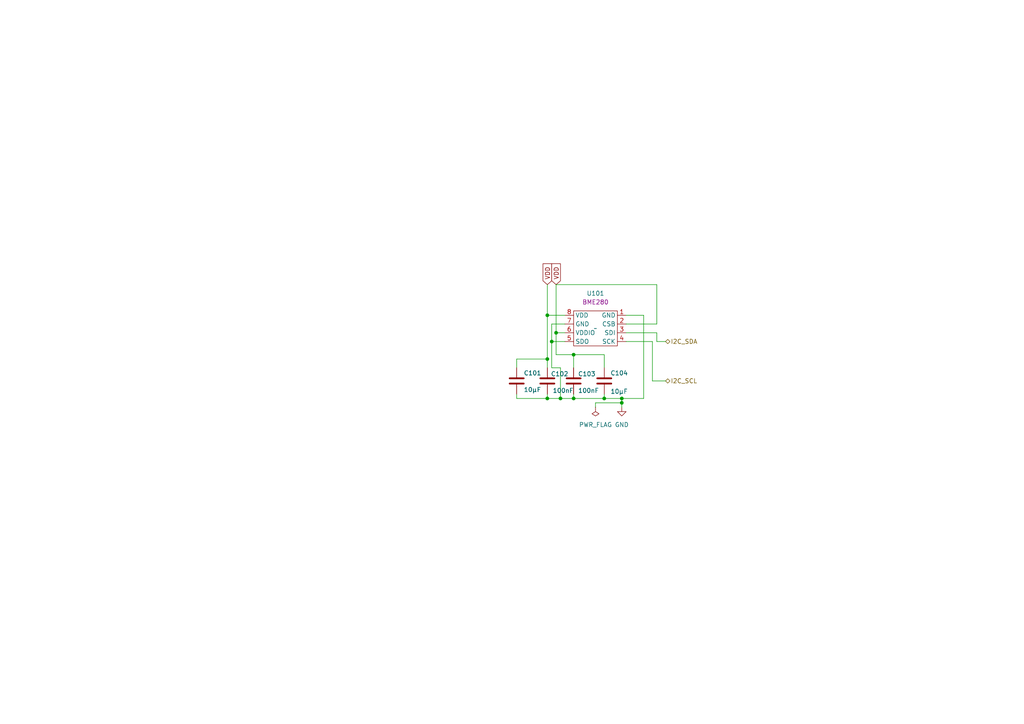
<source format=kicad_sch>
(kicad_sch
	(version 20231120)
	(generator "eeschema")
	(generator_version "8.0")
	(uuid "19420d9c-c79f-4c58-9606-069e2b1abb96")
	(paper "A4")
	(lib_symbols
		(symbol "Device:C"
			(pin_numbers hide)
			(pin_names
				(offset 0.254)
			)
			(exclude_from_sim no)
			(in_bom yes)
			(on_board yes)
			(property "Reference" "C"
				(at 0.635 2.54 0)
				(effects
					(font
						(size 1.27 1.27)
					)
					(justify left)
				)
			)
			(property "Value" "C"
				(at 0.635 -2.54 0)
				(effects
					(font
						(size 1.27 1.27)
					)
					(justify left)
				)
			)
			(property "Footprint" ""
				(at 0.9652 -3.81 0)
				(effects
					(font
						(size 1.27 1.27)
					)
					(hide yes)
				)
			)
			(property "Datasheet" "~"
				(at 0 0 0)
				(effects
					(font
						(size 1.27 1.27)
					)
					(hide yes)
				)
			)
			(property "Description" "Unpolarized capacitor"
				(at 0 0 0)
				(effects
					(font
						(size 1.27 1.27)
					)
					(hide yes)
				)
			)
			(property "ki_keywords" "cap capacitor"
				(at 0 0 0)
				(effects
					(font
						(size 1.27 1.27)
					)
					(hide yes)
				)
			)
			(property "ki_fp_filters" "C_*"
				(at 0 0 0)
				(effects
					(font
						(size 1.27 1.27)
					)
					(hide yes)
				)
			)
			(symbol "C_0_1"
				(polyline
					(pts
						(xy -2.032 -0.762) (xy 2.032 -0.762)
					)
					(stroke
						(width 0.508)
						(type default)
					)
					(fill
						(type none)
					)
				)
				(polyline
					(pts
						(xy -2.032 0.762) (xy 2.032 0.762)
					)
					(stroke
						(width 0.508)
						(type default)
					)
					(fill
						(type none)
					)
				)
			)
			(symbol "C_1_1"
				(pin passive line
					(at 0 3.81 270)
					(length 2.794)
					(name "~"
						(effects
							(font
								(size 1.27 1.27)
							)
						)
					)
					(number "1"
						(effects
							(font
								(size 1.27 1.27)
							)
						)
					)
				)
				(pin passive line
					(at 0 -3.81 90)
					(length 2.794)
					(name "~"
						(effects
							(font
								(size 1.27 1.27)
							)
						)
					)
					(number "2"
						(effects
							(font
								(size 1.27 1.27)
							)
						)
					)
				)
			)
		)
		(symbol "WOBCLibrary:BME280"
			(exclude_from_sim no)
			(in_bom yes)
			(on_board yes)
			(property "Reference" "U"
				(at 0 10.16 0)
				(effects
					(font
						(size 1.27 1.27)
					)
				)
			)
			(property "Value" ""
				(at 0 0 0)
				(effects
					(font
						(size 1.27 1.27)
					)
				)
			)
			(property "Footprint" ""
				(at 0 0 0)
				(effects
					(font
						(size 1.27 1.27)
					)
					(hide yes)
				)
			)
			(property "Datasheet" ""
				(at 0 0 0)
				(effects
					(font
						(size 1.27 1.27)
					)
					(hide yes)
				)
			)
			(property "Description" ""
				(at 0 0 0)
				(effects
					(font
						(size 1.27 1.27)
					)
					(hide yes)
				)
			)
			(property "シンボル名" "BME280"
				(at 0 7.62 0)
				(effects
					(font
						(size 1.27 1.27)
					)
				)
			)
			(symbol "BME280_0_1"
				(rectangle
					(start -6.35 5.08)
					(end 6.35 -5.08)
					(stroke
						(width 0)
						(type default)
					)
					(fill
						(type none)
					)
				)
			)
			(symbol "BME280_1_1"
				(pin input line
					(at 8.89 3.81 180)
					(length 2.54)
					(name "GND"
						(effects
							(font
								(size 1.27 1.27)
							)
						)
					)
					(number "1"
						(effects
							(font
								(size 1.27 1.27)
							)
						)
					)
				)
				(pin input line
					(at 8.89 1.27 180)
					(length 2.54)
					(name "CSB"
						(effects
							(font
								(size 1.27 1.27)
							)
						)
					)
					(number "2"
						(effects
							(font
								(size 1.27 1.27)
							)
						)
					)
				)
				(pin input line
					(at 8.89 -1.27 180)
					(length 2.54)
					(name "SDI"
						(effects
							(font
								(size 1.27 1.27)
							)
						)
					)
					(number "3"
						(effects
							(font
								(size 1.27 1.27)
							)
						)
					)
				)
				(pin input line
					(at 8.89 -3.81 180)
					(length 2.54)
					(name "SCK"
						(effects
							(font
								(size 1.27 1.27)
							)
						)
					)
					(number "4"
						(effects
							(font
								(size 1.27 1.27)
							)
						)
					)
				)
				(pin input line
					(at -8.89 -3.81 0)
					(length 2.54)
					(name "SDO"
						(effects
							(font
								(size 1.27 1.27)
							)
						)
					)
					(number "5"
						(effects
							(font
								(size 1.27 1.27)
							)
						)
					)
				)
				(pin input line
					(at -8.89 -1.27 0)
					(length 2.54)
					(name "VDDIO"
						(effects
							(font
								(size 1.27 1.27)
							)
						)
					)
					(number "6"
						(effects
							(font
								(size 1.27 1.27)
							)
						)
					)
				)
				(pin input line
					(at -8.89 1.27 0)
					(length 2.54)
					(name "GND"
						(effects
							(font
								(size 1.27 1.27)
							)
						)
					)
					(number "7"
						(effects
							(font
								(size 1.27 1.27)
							)
						)
					)
				)
				(pin input line
					(at -8.89 3.81 0)
					(length 2.54)
					(name "VDD"
						(effects
							(font
								(size 1.27 1.27)
							)
						)
					)
					(number "8"
						(effects
							(font
								(size 1.27 1.27)
							)
						)
					)
				)
			)
		)
		(symbol "power:GND"
			(power)
			(pin_names
				(offset 0)
			)
			(exclude_from_sim no)
			(in_bom yes)
			(on_board yes)
			(property "Reference" "#PWR"
				(at 0 -6.35 0)
				(effects
					(font
						(size 1.27 1.27)
					)
					(hide yes)
				)
			)
			(property "Value" "GND"
				(at 0 -3.81 0)
				(effects
					(font
						(size 1.27 1.27)
					)
				)
			)
			(property "Footprint" ""
				(at 0 0 0)
				(effects
					(font
						(size 1.27 1.27)
					)
					(hide yes)
				)
			)
			(property "Datasheet" ""
				(at 0 0 0)
				(effects
					(font
						(size 1.27 1.27)
					)
					(hide yes)
				)
			)
			(property "Description" "Power symbol creates a global label with name \"GND\" , ground"
				(at 0 0 0)
				(effects
					(font
						(size 1.27 1.27)
					)
					(hide yes)
				)
			)
			(property "ki_keywords" "global power"
				(at 0 0 0)
				(effects
					(font
						(size 1.27 1.27)
					)
					(hide yes)
				)
			)
			(symbol "GND_0_1"
				(polyline
					(pts
						(xy 0 0) (xy 0 -1.27) (xy 1.27 -1.27) (xy 0 -2.54) (xy -1.27 -1.27) (xy 0 -1.27)
					)
					(stroke
						(width 0)
						(type default)
					)
					(fill
						(type none)
					)
				)
			)
			(symbol "GND_1_1"
				(pin power_in line
					(at 0 0 270)
					(length 0) hide
					(name "GND"
						(effects
							(font
								(size 1.27 1.27)
							)
						)
					)
					(number "1"
						(effects
							(font
								(size 1.27 1.27)
							)
						)
					)
				)
			)
		)
		(symbol "power:PWR_FLAG"
			(power)
			(pin_numbers hide)
			(pin_names
				(offset 0) hide)
			(exclude_from_sim no)
			(in_bom yes)
			(on_board yes)
			(property "Reference" "#FLG"
				(at 0 1.905 0)
				(effects
					(font
						(size 1.27 1.27)
					)
					(hide yes)
				)
			)
			(property "Value" "PWR_FLAG"
				(at 0 3.81 0)
				(effects
					(font
						(size 1.27 1.27)
					)
				)
			)
			(property "Footprint" ""
				(at 0 0 0)
				(effects
					(font
						(size 1.27 1.27)
					)
					(hide yes)
				)
			)
			(property "Datasheet" "~"
				(at 0 0 0)
				(effects
					(font
						(size 1.27 1.27)
					)
					(hide yes)
				)
			)
			(property "Description" "Special symbol for telling ERC where power comes from"
				(at 0 0 0)
				(effects
					(font
						(size 1.27 1.27)
					)
					(hide yes)
				)
			)
			(property "ki_keywords" "flag power"
				(at 0 0 0)
				(effects
					(font
						(size 1.27 1.27)
					)
					(hide yes)
				)
			)
			(symbol "PWR_FLAG_0_0"
				(pin power_out line
					(at 0 0 90)
					(length 0)
					(name "pwr"
						(effects
							(font
								(size 1.27 1.27)
							)
						)
					)
					(number "1"
						(effects
							(font
								(size 1.27 1.27)
							)
						)
					)
				)
			)
			(symbol "PWR_FLAG_0_1"
				(polyline
					(pts
						(xy 0 0) (xy 0 1.27) (xy -1.016 1.905) (xy 0 2.54) (xy 1.016 1.905) (xy 0 1.27)
					)
					(stroke
						(width 0)
						(type default)
					)
					(fill
						(type none)
					)
				)
			)
		)
	)
	(junction
		(at 166.37 102.87)
		(diameter 0)
		(color 0 0 0 0)
		(uuid "105a7fa9-91c5-4f2b-8620-e286389c4232")
	)
	(junction
		(at 158.75 104.14)
		(diameter 0)
		(color 0 0 0 0)
		(uuid "11772858-3888-4128-a4e7-c271a85151f8")
	)
	(junction
		(at 180.34 116.84)
		(diameter 0)
		(color 0 0 0 0)
		(uuid "287885ca-8d1f-4dd0-aea4-9de23858bdb9")
	)
	(junction
		(at 160.02 99.06)
		(diameter 0)
		(color 0 0 0 0)
		(uuid "37de8c1a-53e8-494e-96d3-632e37eb4661")
	)
	(junction
		(at 158.75 115.57)
		(diameter 0)
		(color 0 0 0 0)
		(uuid "45e86520-cb1c-476b-95cf-c3290b16a195")
	)
	(junction
		(at 161.29 96.52)
		(diameter 0)
		(color 0 0 0 0)
		(uuid "7b85a67f-45fb-4c1a-90ad-b56b854d666e")
	)
	(junction
		(at 166.37 115.57)
		(diameter 0)
		(color 0 0 0 0)
		(uuid "80393b5d-f81f-456f-a992-04ebe5e70f92")
	)
	(junction
		(at 162.56 115.57)
		(diameter 0)
		(color 0 0 0 0)
		(uuid "87bc4830-cfc6-4a02-9f56-1f8052f1b753")
	)
	(junction
		(at 158.75 91.44)
		(diameter 0)
		(color 0 0 0 0)
		(uuid "8ed0f6f4-8689-4d69-8764-3237fff5eb5b")
	)
	(junction
		(at 175.26 115.57)
		(diameter 0)
		(color 0 0 0 0)
		(uuid "96b20b7f-e88a-4173-a3fd-9d45c6360c0e")
	)
	(junction
		(at 180.34 115.57)
		(diameter 0)
		(color 0 0 0 0)
		(uuid "cc08d8ff-c1cf-4093-9765-1c2af5b366bf")
	)
	(wire
		(pts
			(xy 158.75 91.44) (xy 163.83 91.44)
		)
		(stroke
			(width 0)
			(type default)
		)
		(uuid "06990eb9-523e-4fff-bdc6-851a02a87216")
	)
	(wire
		(pts
			(xy 160.02 106.68) (xy 162.56 106.68)
		)
		(stroke
			(width 0)
			(type default)
		)
		(uuid "08b9c6be-8be5-4f86-84a1-6a44cccdc234")
	)
	(wire
		(pts
			(xy 175.26 102.87) (xy 166.37 102.87)
		)
		(stroke
			(width 0)
			(type default)
		)
		(uuid "0f86f327-4624-4422-a9a6-2f31b0ce449b")
	)
	(wire
		(pts
			(xy 172.72 116.84) (xy 172.72 118.11)
		)
		(stroke
			(width 0)
			(type default)
		)
		(uuid "12609c6a-fd77-4267-b0c6-f76653b75a01")
	)
	(wire
		(pts
			(xy 180.34 115.57) (xy 180.34 116.84)
		)
		(stroke
			(width 0)
			(type default)
		)
		(uuid "204e6757-0d67-42e9-b2af-4570773af5fe")
	)
	(wire
		(pts
			(xy 190.5 93.98) (xy 181.61 93.98)
		)
		(stroke
			(width 0)
			(type default)
		)
		(uuid "36d658c1-c536-412f-a181-229905ef2ac2")
	)
	(wire
		(pts
			(xy 162.56 115.57) (xy 166.37 115.57)
		)
		(stroke
			(width 0)
			(type default)
		)
		(uuid "3d0dbfb6-1cc9-4624-965e-e2621435fdeb")
	)
	(wire
		(pts
			(xy 190.5 82.55) (xy 190.5 93.98)
		)
		(stroke
			(width 0)
			(type default)
		)
		(uuid "3e6095da-9cbf-4494-a9f4-d8cf53c342c6")
	)
	(wire
		(pts
			(xy 158.75 91.44) (xy 158.75 104.14)
		)
		(stroke
			(width 0)
			(type default)
		)
		(uuid "45ea3ccc-283d-470e-9a66-4f0e4507b448")
	)
	(wire
		(pts
			(xy 158.75 104.14) (xy 158.75 106.68)
		)
		(stroke
			(width 0)
			(type default)
		)
		(uuid "4eadf5df-40fe-4dd4-9682-35c3e18fe224")
	)
	(wire
		(pts
			(xy 149.86 106.68) (xy 149.86 104.14)
		)
		(stroke
			(width 0)
			(type default)
		)
		(uuid "53bf2969-ce5b-46c8-83d4-29f837018063")
	)
	(wire
		(pts
			(xy 166.37 115.57) (xy 175.26 115.57)
		)
		(stroke
			(width 0)
			(type default)
		)
		(uuid "55109e4a-43d3-45e6-b683-3fc2aa5b634e")
	)
	(wire
		(pts
			(xy 149.86 115.57) (xy 158.75 115.57)
		)
		(stroke
			(width 0)
			(type default)
		)
		(uuid "56f32265-5da1-4608-8bbf-24b754b31660")
	)
	(wire
		(pts
			(xy 180.34 116.84) (xy 180.34 118.11)
		)
		(stroke
			(width 0)
			(type default)
		)
		(uuid "5772d6a2-4044-4d9c-abda-2b85c94343fa")
	)
	(wire
		(pts
			(xy 186.69 115.57) (xy 186.69 91.44)
		)
		(stroke
			(width 0)
			(type default)
		)
		(uuid "58feb98f-3530-4605-9414-2c2d5295273d")
	)
	(wire
		(pts
			(xy 181.61 99.06) (xy 189.23 99.06)
		)
		(stroke
			(width 0)
			(type default)
		)
		(uuid "6eabe1f2-fa89-4465-9735-43c39d72fff4")
	)
	(wire
		(pts
			(xy 181.61 96.52) (xy 190.5 96.52)
		)
		(stroke
			(width 0)
			(type default)
		)
		(uuid "75117a6d-0b87-46f6-8af0-52887d8f3b15")
	)
	(wire
		(pts
			(xy 190.5 96.52) (xy 190.5 99.06)
		)
		(stroke
			(width 0)
			(type default)
		)
		(uuid "760857c0-48d0-480c-9cea-a91ef7ab1ff1")
	)
	(wire
		(pts
			(xy 160.02 99.06) (xy 163.83 99.06)
		)
		(stroke
			(width 0)
			(type default)
		)
		(uuid "791a726a-b416-4b98-9628-e9a288c4e81b")
	)
	(wire
		(pts
			(xy 161.29 82.55) (xy 190.5 82.55)
		)
		(stroke
			(width 0)
			(type default)
		)
		(uuid "7b273c35-fe95-4788-baca-35e02e0d4f8e")
	)
	(wire
		(pts
			(xy 161.29 82.55) (xy 161.29 96.52)
		)
		(stroke
			(width 0)
			(type default)
		)
		(uuid "8b5afd11-c134-4972-9b03-98ea39de4c09")
	)
	(wire
		(pts
			(xy 189.23 110.49) (xy 193.04 110.49)
		)
		(stroke
			(width 0)
			(type default)
		)
		(uuid "955fe80d-a4be-4605-ac26-4443637f0f16")
	)
	(wire
		(pts
			(xy 189.23 99.06) (xy 189.23 110.49)
		)
		(stroke
			(width 0)
			(type default)
		)
		(uuid "980c529b-61b4-4340-b7dc-05f9bcda7d15")
	)
	(wire
		(pts
			(xy 161.29 96.52) (xy 163.83 96.52)
		)
		(stroke
			(width 0)
			(type default)
		)
		(uuid "9d6dbaac-8825-4a58-9f9e-fa5e9c5fb462")
	)
	(wire
		(pts
			(xy 175.26 114.3) (xy 175.26 115.57)
		)
		(stroke
			(width 0)
			(type default)
		)
		(uuid "aace92e0-20ee-4fbc-8f98-1c73198a81ff")
	)
	(wire
		(pts
			(xy 166.37 102.87) (xy 166.37 106.68)
		)
		(stroke
			(width 0)
			(type default)
		)
		(uuid "b02e6ccf-f4f7-43c8-82da-f7378d29fc65")
	)
	(wire
		(pts
			(xy 163.83 93.98) (xy 160.02 93.98)
		)
		(stroke
			(width 0)
			(type default)
		)
		(uuid "b25aa423-8b67-49b9-8e72-8d2c9d8076b2")
	)
	(wire
		(pts
			(xy 190.5 99.06) (xy 193.04 99.06)
		)
		(stroke
			(width 0)
			(type default)
		)
		(uuid "b64e9bd2-aaf8-44f1-92c8-0310c60b570b")
	)
	(wire
		(pts
			(xy 180.34 115.57) (xy 186.69 115.57)
		)
		(stroke
			(width 0)
			(type default)
		)
		(uuid "b89b09a9-0800-45fe-bad3-1cc4224ed976")
	)
	(wire
		(pts
			(xy 160.02 99.06) (xy 160.02 106.68)
		)
		(stroke
			(width 0)
			(type default)
		)
		(uuid "bc789bb8-157e-4457-a4ec-57687de5559e")
	)
	(wire
		(pts
			(xy 172.72 116.84) (xy 180.34 116.84)
		)
		(stroke
			(width 0)
			(type default)
		)
		(uuid "be83c67c-fb5b-4927-85e1-bed30d669528")
	)
	(wire
		(pts
			(xy 161.29 96.52) (xy 161.29 102.87)
		)
		(stroke
			(width 0)
			(type default)
		)
		(uuid "c27df7a2-591d-4317-9425-ec01304488ce")
	)
	(wire
		(pts
			(xy 161.29 102.87) (xy 166.37 102.87)
		)
		(stroke
			(width 0)
			(type default)
		)
		(uuid "c8a015c4-4a16-4d22-bcd6-cccaf5bd271b")
	)
	(wire
		(pts
			(xy 175.26 106.68) (xy 175.26 102.87)
		)
		(stroke
			(width 0)
			(type default)
		)
		(uuid "cf920876-1b37-4dfd-9a34-13439f4189ce")
	)
	(wire
		(pts
			(xy 186.69 91.44) (xy 181.61 91.44)
		)
		(stroke
			(width 0)
			(type default)
		)
		(uuid "d348d268-64a9-4fa7-8a10-14e55ce07c35")
	)
	(wire
		(pts
			(xy 175.26 115.57) (xy 180.34 115.57)
		)
		(stroke
			(width 0)
			(type default)
		)
		(uuid "d4320249-5db9-4840-af10-638705bfa06e")
	)
	(wire
		(pts
			(xy 158.75 115.57) (xy 162.56 115.57)
		)
		(stroke
			(width 0)
			(type default)
		)
		(uuid "da88de3c-2071-46e8-96db-038954a5389d")
	)
	(wire
		(pts
			(xy 160.02 93.98) (xy 160.02 99.06)
		)
		(stroke
			(width 0)
			(type default)
		)
		(uuid "dc207011-4239-4804-8a04-cc040fa7b099")
	)
	(wire
		(pts
			(xy 149.86 114.3) (xy 149.86 115.57)
		)
		(stroke
			(width 0)
			(type default)
		)
		(uuid "e3b25722-f58a-4b0d-892a-7894b3ecfcd0")
	)
	(wire
		(pts
			(xy 162.56 106.68) (xy 162.56 115.57)
		)
		(stroke
			(width 0)
			(type default)
		)
		(uuid "ec7754d3-0a66-43bd-be47-d32f5a4e1763")
	)
	(wire
		(pts
			(xy 149.86 104.14) (xy 158.75 104.14)
		)
		(stroke
			(width 0)
			(type default)
		)
		(uuid "f4bd8402-325a-46e0-a8d9-60383603004a")
	)
	(wire
		(pts
			(xy 158.75 114.3) (xy 158.75 115.57)
		)
		(stroke
			(width 0)
			(type default)
		)
		(uuid "fb098317-b92d-4fde-8793-e2e9840d4a85")
	)
	(wire
		(pts
			(xy 166.37 114.3) (xy 166.37 115.57)
		)
		(stroke
			(width 0)
			(type default)
		)
		(uuid "fbc378a5-a743-4d65-b58b-7440515b72c8")
	)
	(wire
		(pts
			(xy 158.75 82.55) (xy 158.75 91.44)
		)
		(stroke
			(width 0)
			(type default)
		)
		(uuid "fc4977ef-2131-458a-a87d-04b5447564f2")
	)
	(global_label "VDD"
		(shape input)
		(at 158.75 82.55 90)
		(fields_autoplaced yes)
		(effects
			(font
				(size 1.27 1.27)
			)
			(justify left)
		)
		(uuid "454e629f-5a83-46b4-87dc-e6244074f256")
		(property "Intersheetrefs" "${INTERSHEET_REFS}"
			(at 158.75 75.9362 90)
			(effects
				(font
					(size 1.27 1.27)
				)
				(justify left)
				(hide yes)
			)
		)
	)
	(global_label "VDD"
		(shape input)
		(at 161.29 82.55 90)
		(fields_autoplaced yes)
		(effects
			(font
				(size 1.27 1.27)
			)
			(justify left)
		)
		(uuid "641f1c6d-eb00-44b1-8cd9-10d3bddd210c")
		(property "Intersheetrefs" "${INTERSHEET_REFS}"
			(at 161.29 75.9362 90)
			(effects
				(font
					(size 1.27 1.27)
				)
				(justify left)
				(hide yes)
			)
		)
	)
	(hierarchical_label "I2C_SCL"
		(shape bidirectional)
		(at 193.04 110.49 0)
		(fields_autoplaced yes)
		(effects
			(font
				(size 1.27 1.27)
			)
			(justify left)
		)
		(uuid "39f12034-5ce0-4f68-9980-8fb092f38d44")
	)
	(hierarchical_label "I2C_SDA"
		(shape bidirectional)
		(at 193.04 99.06 0)
		(fields_autoplaced yes)
		(effects
			(font
				(size 1.27 1.27)
			)
			(justify left)
		)
		(uuid "d4b0311e-8896-44d2-8d87-b0e01658b5bb")
	)
	(symbol
		(lib_id "Device:C")
		(at 158.75 110.49 0)
		(unit 1)
		(exclude_from_sim no)
		(in_bom yes)
		(on_board yes)
		(dnp no)
		(uuid "19b3d358-5301-404f-bef9-009e4d13f1a9")
		(property "Reference" "C102"
			(at 159.766 108.458 0)
			(effects
				(font
					(size 1.27 1.27)
				)
				(justify left)
			)
		)
		(property "Value" "100nF"
			(at 160.274 113.284 0)
			(effects
				(font
					(size 1.27 1.27)
				)
				(justify left)
			)
		)
		(property "Footprint" "Capacitor_SMD:C_0402_1005Metric"
			(at 159.7152 114.3 0)
			(effects
				(font
					(size 1.27 1.27)
				)
				(hide yes)
			)
		)
		(property "Datasheet" "~"
			(at 158.75 110.49 0)
			(effects
				(font
					(size 1.27 1.27)
				)
				(hide yes)
			)
		)
		(property "Description" ""
			(at 158.75 110.49 0)
			(effects
				(font
					(size 1.27 1.27)
				)
				(hide yes)
			)
		)
		(property "LCSC" "C1525"
			(at 158.75 110.49 0)
			(effects
				(font
					(size 1.27 1.27)
				)
				(hide yes)
			)
		)
		(pin "1"
			(uuid "cfdfb380-e112-4b8e-9949-c94fa7f8ef51")
		)
		(pin "2"
			(uuid "377fc8d6-db1e-481a-9793-d98fa1a26928")
		)
		(instances
			(project "Pressure"
				(path "/19420d9c-c79f-4c58-9606-069e2b1abb96"
					(reference "C102")
					(unit 1)
				)
			)
			(project "Tracker"
				(path "/485a01ee-6a57-485f-8e4c-0ef4d16d0717/f2c822c2-ff23-4752-bd0e-ff71e3258c4d"
					(reference "C202")
					(unit 1)
				)
			)
		)
	)
	(symbol
		(lib_id "Device:C")
		(at 149.86 110.49 0)
		(unit 1)
		(exclude_from_sim no)
		(in_bom yes)
		(on_board yes)
		(dnp no)
		(uuid "8584b2f0-547c-4b73-808b-c9f3050cc7be")
		(property "Reference" "C101"
			(at 151.892 108.204 0)
			(effects
				(font
					(size 1.27 1.27)
				)
				(justify left)
			)
		)
		(property "Value" "10μF"
			(at 151.892 113.03 0)
			(effects
				(font
					(size 1.27 1.27)
				)
				(justify left)
			)
		)
		(property "Footprint" "Capacitor_SMD:C_0603_1608Metric"
			(at 150.8252 114.3 0)
			(effects
				(font
					(size 1.27 1.27)
				)
				(hide yes)
			)
		)
		(property "Datasheet" "~"
			(at 149.86 110.49 0)
			(effects
				(font
					(size 1.27 1.27)
				)
				(hide yes)
			)
		)
		(property "Description" ""
			(at 149.86 110.49 0)
			(effects
				(font
					(size 1.27 1.27)
				)
				(hide yes)
			)
		)
		(property "フィールド5" ""
			(at 149.86 110.49 0)
			(effects
				(font
					(size 1.27 1.27)
				)
				(hide yes)
			)
		)
		(property "LCSC" "C96446"
			(at 149.86 110.49 0)
			(effects
				(font
					(size 1.27 1.27)
				)
				(hide yes)
			)
		)
		(pin "1"
			(uuid "28a9f0e5-9d10-4503-9767-de675b824a49")
		)
		(pin "2"
			(uuid "0f3d61fc-b21e-4989-abfd-9fc3cc3feb7d")
		)
		(instances
			(project "Pressure"
				(path "/19420d9c-c79f-4c58-9606-069e2b1abb96"
					(reference "C101")
					(unit 1)
				)
			)
			(project "Tracker"
				(path "/485a01ee-6a57-485f-8e4c-0ef4d16d0717/f2c822c2-ff23-4752-bd0e-ff71e3258c4d"
					(reference "C201")
					(unit 1)
				)
			)
		)
	)
	(symbol
		(lib_id "Device:C")
		(at 166.37 110.49 0)
		(unit 1)
		(exclude_from_sim no)
		(in_bom yes)
		(on_board yes)
		(dnp no)
		(uuid "9e07f4d2-7be4-4572-a801-1505eb3e04af")
		(property "Reference" "C103"
			(at 167.64 108.458 0)
			(effects
				(font
					(size 1.27 1.27)
				)
				(justify left)
			)
		)
		(property "Value" "100nF"
			(at 167.64 113.284 0)
			(effects
				(font
					(size 1.27 1.27)
				)
				(justify left)
			)
		)
		(property "Footprint" "Capacitor_SMD:C_0402_1005Metric"
			(at 167.3352 114.3 0)
			(effects
				(font
					(size 1.27 1.27)
				)
				(hide yes)
			)
		)
		(property "Datasheet" "~"
			(at 166.37 110.49 0)
			(effects
				(font
					(size 1.27 1.27)
				)
				(hide yes)
			)
		)
		(property "Description" ""
			(at 166.37 110.49 0)
			(effects
				(font
					(size 1.27 1.27)
				)
				(hide yes)
			)
		)
		(property "LCSC" "C1525"
			(at 166.37 110.49 0)
			(effects
				(font
					(size 1.27 1.27)
				)
				(hide yes)
			)
		)
		(pin "1"
			(uuid "b0e541e2-5e4d-45be-8619-1ff0ba9ad7d3")
		)
		(pin "2"
			(uuid "42f1a122-e47f-431d-b268-e0d842e2d4f9")
		)
		(instances
			(project "Pressure"
				(path "/19420d9c-c79f-4c58-9606-069e2b1abb96"
					(reference "C103")
					(unit 1)
				)
			)
			(project "Tracker"
				(path "/485a01ee-6a57-485f-8e4c-0ef4d16d0717/f2c822c2-ff23-4752-bd0e-ff71e3258c4d"
					(reference "C203")
					(unit 1)
				)
			)
		)
	)
	(symbol
		(lib_id "WOBCLibrary:BME280")
		(at 172.72 95.25 0)
		(unit 1)
		(exclude_from_sim no)
		(in_bom yes)
		(on_board yes)
		(dnp no)
		(fields_autoplaced yes)
		(uuid "a41264ad-15fb-4fc5-8fae-8ee696435c5d")
		(property "Reference" "U101"
			(at 172.72 85.09 0)
			(effects
				(font
					(size 1.27 1.27)
				)
			)
		)
		(property "Value" "~"
			(at 172.72 95.25 0)
			(effects
				(font
					(size 1.27 1.27)
				)
			)
		)
		(property "Footprint" "WOBClibrary:BME280"
			(at 172.72 95.25 0)
			(effects
				(font
					(size 1.27 1.27)
				)
				(hide yes)
			)
		)
		(property "Datasheet" ""
			(at 172.72 95.25 0)
			(effects
				(font
					(size 1.27 1.27)
				)
				(hide yes)
			)
		)
		(property "Description" ""
			(at 172.72 95.25 0)
			(effects
				(font
					(size 1.27 1.27)
				)
				(hide yes)
			)
		)
		(property "シンボル名" "BME280"
			(at 172.72 87.63 0)
			(effects
				(font
					(size 1.27 1.27)
				)
			)
		)
		(property "LCSC" "C92489"
			(at 172.72 95.25 0)
			(effects
				(font
					(size 1.27 1.27)
				)
				(hide yes)
			)
		)
		(pin "3"
			(uuid "7767db14-93b0-402d-911c-843ff051f618")
		)
		(pin "1"
			(uuid "300fa49a-b0f9-4e7b-9ce6-650f41d6a382")
		)
		(pin "7"
			(uuid "07a60bdf-5b0e-47a7-9471-db42c27fd602")
		)
		(pin "2"
			(uuid "70725b1d-6274-4307-a9cc-62fa610f320a")
		)
		(pin "6"
			(uuid "7c439fd1-b815-4881-8e67-e7c6b09813fd")
		)
		(pin "4"
			(uuid "2858a7c0-970f-4848-9b95-db38248c83e3")
		)
		(pin "5"
			(uuid "682ef54e-5549-4483-8c91-507573a6597b")
		)
		(pin "8"
			(uuid "dbbb6de2-063a-4755-bedb-cb0e9834e02f")
		)
		(instances
			(project "Pressure"
				(path "/19420d9c-c79f-4c58-9606-069e2b1abb96"
					(reference "U101")
					(unit 1)
				)
			)
			(project "Tracker"
				(path "/485a01ee-6a57-485f-8e4c-0ef4d16d0717/f2c822c2-ff23-4752-bd0e-ff71e3258c4d"
					(reference "U201")
					(unit 1)
				)
			)
		)
	)
	(symbol
		(lib_id "power:GND")
		(at 180.34 118.11 0)
		(unit 1)
		(exclude_from_sim no)
		(in_bom yes)
		(on_board yes)
		(dnp no)
		(fields_autoplaced yes)
		(uuid "bc8b568a-e35a-424a-a7bc-3ec7f5d4d581")
		(property "Reference" "#PWR0101"
			(at 180.34 124.46 0)
			(effects
				(font
					(size 1.27 1.27)
				)
				(hide yes)
			)
		)
		(property "Value" "GND"
			(at 180.34 123.19 0)
			(effects
				(font
					(size 1.27 1.27)
				)
			)
		)
		(property "Footprint" ""
			(at 180.34 118.11 0)
			(effects
				(font
					(size 1.27 1.27)
				)
				(hide yes)
			)
		)
		(property "Datasheet" ""
			(at 180.34 118.11 0)
			(effects
				(font
					(size 1.27 1.27)
				)
				(hide yes)
			)
		)
		(property "Description" ""
			(at 180.34 118.11 0)
			(effects
				(font
					(size 1.27 1.27)
				)
				(hide yes)
			)
		)
		(pin "1"
			(uuid "ded4aba8-c541-4b05-bdfb-ba087a12181f")
		)
		(instances
			(project "Pressure"
				(path "/19420d9c-c79f-4c58-9606-069e2b1abb96"
					(reference "#PWR0101")
					(unit 1)
				)
			)
			(project "Tracker"
				(path "/485a01ee-6a57-485f-8e4c-0ef4d16d0717/f2c822c2-ff23-4752-bd0e-ff71e3258c4d"
					(reference "#PWR0201")
					(unit 1)
				)
			)
		)
	)
	(symbol
		(lib_id "power:PWR_FLAG")
		(at 172.72 118.11 180)
		(unit 1)
		(exclude_from_sim no)
		(in_bom yes)
		(on_board yes)
		(dnp no)
		(fields_autoplaced yes)
		(uuid "c59503a3-d156-4115-9650-7ff760b1a066")
		(property "Reference" "#FLG0101"
			(at 172.72 120.015 0)
			(effects
				(font
					(size 1.27 1.27)
				)
				(hide yes)
			)
		)
		(property "Value" "PWR_FLAG"
			(at 172.72 123.19 0)
			(effects
				(font
					(size 1.27 1.27)
				)
			)
		)
		(property "Footprint" ""
			(at 172.72 118.11 0)
			(effects
				(font
					(size 1.27 1.27)
				)
				(hide yes)
			)
		)
		(property "Datasheet" "~"
			(at 172.72 118.11 0)
			(effects
				(font
					(size 1.27 1.27)
				)
				(hide yes)
			)
		)
		(property "Description" ""
			(at 172.72 118.11 0)
			(effects
				(font
					(size 1.27 1.27)
				)
				(hide yes)
			)
		)
		(pin "1"
			(uuid "6af86e8f-6b06-4623-8f08-f20875586ac9")
		)
		(instances
			(project "Pressure"
				(path "/19420d9c-c79f-4c58-9606-069e2b1abb96"
					(reference "#FLG0101")
					(unit 1)
				)
			)
			(project "Tracker"
				(path "/485a01ee-6a57-485f-8e4c-0ef4d16d0717/f2c822c2-ff23-4752-bd0e-ff71e3258c4d"
					(reference "#FLG0201")
					(unit 1)
				)
			)
		)
	)
	(symbol
		(lib_id "Device:C")
		(at 175.26 110.49 0)
		(unit 1)
		(exclude_from_sim no)
		(in_bom yes)
		(on_board yes)
		(dnp no)
		(uuid "c6676d44-ff52-4f04-815c-eb56f8573789")
		(property "Reference" "C104"
			(at 177.038 108.204 0)
			(effects
				(font
					(size 1.27 1.27)
				)
				(justify left)
			)
		)
		(property "Value" "10μF"
			(at 177.038 113.538 0)
			(effects
				(font
					(size 1.27 1.27)
				)
				(justify left)
			)
		)
		(property "Footprint" "Capacitor_SMD:C_0603_1608Metric"
			(at 176.2252 114.3 0)
			(effects
				(font
					(size 1.27 1.27)
				)
				(hide yes)
			)
		)
		(property "Datasheet" "~"
			(at 175.26 110.49 0)
			(effects
				(font
					(size 1.27 1.27)
				)
				(hide yes)
			)
		)
		(property "Description" ""
			(at 175.26 110.49 0)
			(effects
				(font
					(size 1.27 1.27)
				)
				(hide yes)
			)
		)
		(property "LCSC" "C96446"
			(at 175.26 110.49 0)
			(effects
				(font
					(size 1.27 1.27)
				)
				(hide yes)
			)
		)
		(pin "1"
			(uuid "af4c722c-b3d9-4b64-9154-891e54a7653d")
		)
		(pin "2"
			(uuid "c22a19b7-a248-48a5-945d-f2dda1db2f4e")
		)
		(instances
			(project "Pressure"
				(path "/19420d9c-c79f-4c58-9606-069e2b1abb96"
					(reference "C104")
					(unit 1)
				)
			)
			(project "Tracker"
				(path "/485a01ee-6a57-485f-8e4c-0ef4d16d0717/f2c822c2-ff23-4752-bd0e-ff71e3258c4d"
					(reference "C204")
					(unit 1)
				)
			)
		)
	)
	(sheet_instances
		(path "/"
			(page "1")
		)
	)
)

</source>
